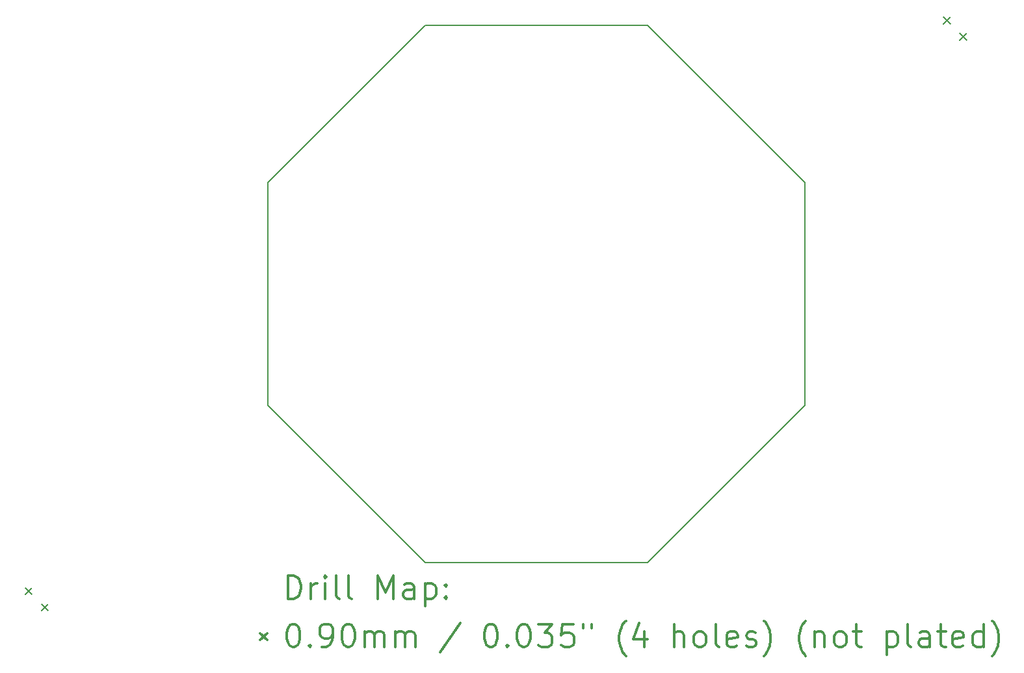
<source format=gbr>
%FSLAX45Y45*%
G04 Gerber Fmt 4.5, Leading zero omitted, Abs format (unit mm)*
G04 Created by KiCad (PCBNEW 4.0.6-e0-6349~53~ubuntu14.04.1) date Mon Mar 20 16:46:42 2017*
%MOMM*%
%LPD*%
G01*
G04 APERTURE LIST*
%ADD10C,0.127000*%
%ADD11C,0.150000*%
%ADD12C,0.200000*%
%ADD13C,0.300000*%
G04 APERTURE END LIST*
D10*
D11*
X1450000Y-3500000D02*
X3500000Y-1450000D01*
X-1450000Y-3500000D02*
X1450000Y-3500000D01*
X-3500000Y-1450000D02*
X-1450000Y-3500000D01*
X-3500000Y1450000D02*
X-3500000Y-1450000D01*
X-1450000Y3500000D02*
X-3500000Y1450000D01*
X1450000Y3500000D02*
X-1450000Y3500000D01*
X3500000Y1450000D02*
X1450000Y3500000D01*
X3500000Y-1450000D02*
X3500000Y1450000D01*
D12*
X-6657731Y-3830599D02*
X-6567731Y-3920599D01*
X-6567731Y-3830599D02*
X-6657731Y-3920599D01*
X-6445599Y-4042731D02*
X-6355599Y-4132731D01*
X-6355599Y-4042731D02*
X-6445599Y-4132731D01*
X5302269Y3609400D02*
X5392269Y3519400D01*
X5392269Y3609400D02*
X5302269Y3519400D01*
X5514401Y3397268D02*
X5604400Y3307268D01*
X5604400Y3397268D02*
X5514401Y3307268D01*
D13*
X-3236071Y-3973214D02*
X-3236071Y-3673214D01*
X-3164643Y-3673214D01*
X-3121786Y-3687500D01*
X-3093214Y-3716071D01*
X-3078929Y-3744643D01*
X-3064643Y-3801786D01*
X-3064643Y-3844643D01*
X-3078929Y-3901786D01*
X-3093214Y-3930357D01*
X-3121786Y-3958929D01*
X-3164643Y-3973214D01*
X-3236071Y-3973214D01*
X-2936071Y-3973214D02*
X-2936071Y-3773214D01*
X-2936071Y-3830357D02*
X-2921786Y-3801786D01*
X-2907500Y-3787500D01*
X-2878929Y-3773214D01*
X-2850357Y-3773214D01*
X-2750357Y-3973214D02*
X-2750357Y-3773214D01*
X-2750357Y-3673214D02*
X-2764643Y-3687500D01*
X-2750357Y-3701786D01*
X-2736072Y-3687500D01*
X-2750357Y-3673214D01*
X-2750357Y-3701786D01*
X-2564643Y-3973214D02*
X-2593214Y-3958929D01*
X-2607500Y-3930357D01*
X-2607500Y-3673214D01*
X-2407500Y-3973214D02*
X-2436072Y-3958929D01*
X-2450357Y-3930357D01*
X-2450357Y-3673214D01*
X-2064643Y-3973214D02*
X-2064643Y-3673214D01*
X-1964643Y-3887500D01*
X-1864643Y-3673214D01*
X-1864643Y-3973214D01*
X-1593214Y-3973214D02*
X-1593214Y-3816071D01*
X-1607500Y-3787500D01*
X-1636071Y-3773214D01*
X-1693214Y-3773214D01*
X-1721786Y-3787500D01*
X-1593214Y-3958929D02*
X-1621786Y-3973214D01*
X-1693214Y-3973214D01*
X-1721786Y-3958929D01*
X-1736071Y-3930357D01*
X-1736071Y-3901786D01*
X-1721786Y-3873214D01*
X-1693214Y-3858929D01*
X-1621786Y-3858929D01*
X-1593214Y-3844643D01*
X-1450357Y-3773214D02*
X-1450357Y-4073214D01*
X-1450357Y-3787500D02*
X-1421786Y-3773214D01*
X-1364643Y-3773214D01*
X-1336072Y-3787500D01*
X-1321786Y-3801786D01*
X-1307500Y-3830357D01*
X-1307500Y-3916071D01*
X-1321786Y-3944643D01*
X-1336072Y-3958929D01*
X-1364643Y-3973214D01*
X-1421786Y-3973214D01*
X-1450357Y-3958929D01*
X-1178929Y-3944643D02*
X-1164643Y-3958929D01*
X-1178929Y-3973214D01*
X-1193214Y-3958929D01*
X-1178929Y-3944643D01*
X-1178929Y-3973214D01*
X-1178929Y-3787500D02*
X-1164643Y-3801786D01*
X-1178929Y-3816071D01*
X-1193214Y-3801786D01*
X-1178929Y-3787500D01*
X-1178929Y-3816071D01*
X-3597500Y-4422500D02*
X-3507500Y-4512500D01*
X-3507500Y-4422500D02*
X-3597500Y-4512500D01*
X-3178929Y-4303214D02*
X-3150357Y-4303214D01*
X-3121786Y-4317500D01*
X-3107500Y-4331786D01*
X-3093214Y-4360357D01*
X-3078929Y-4417500D01*
X-3078929Y-4488929D01*
X-3093214Y-4546072D01*
X-3107500Y-4574643D01*
X-3121786Y-4588929D01*
X-3150357Y-4603214D01*
X-3178929Y-4603214D01*
X-3207500Y-4588929D01*
X-3221786Y-4574643D01*
X-3236071Y-4546072D01*
X-3250357Y-4488929D01*
X-3250357Y-4417500D01*
X-3236071Y-4360357D01*
X-3221786Y-4331786D01*
X-3207500Y-4317500D01*
X-3178929Y-4303214D01*
X-2950357Y-4574643D02*
X-2936071Y-4588929D01*
X-2950357Y-4603214D01*
X-2964643Y-4588929D01*
X-2950357Y-4574643D01*
X-2950357Y-4603214D01*
X-2793214Y-4603214D02*
X-2736072Y-4603214D01*
X-2707500Y-4588929D01*
X-2693214Y-4574643D01*
X-2664643Y-4531786D01*
X-2650357Y-4474643D01*
X-2650357Y-4360357D01*
X-2664643Y-4331786D01*
X-2678929Y-4317500D01*
X-2707500Y-4303214D01*
X-2764643Y-4303214D01*
X-2793214Y-4317500D01*
X-2807500Y-4331786D01*
X-2821786Y-4360357D01*
X-2821786Y-4431786D01*
X-2807500Y-4460357D01*
X-2793214Y-4474643D01*
X-2764643Y-4488929D01*
X-2707500Y-4488929D01*
X-2678929Y-4474643D01*
X-2664643Y-4460357D01*
X-2650357Y-4431786D01*
X-2464643Y-4303214D02*
X-2436072Y-4303214D01*
X-2407500Y-4317500D01*
X-2393214Y-4331786D01*
X-2378929Y-4360357D01*
X-2364643Y-4417500D01*
X-2364643Y-4488929D01*
X-2378929Y-4546072D01*
X-2393214Y-4574643D01*
X-2407500Y-4588929D01*
X-2436072Y-4603214D01*
X-2464643Y-4603214D01*
X-2493214Y-4588929D01*
X-2507500Y-4574643D01*
X-2521786Y-4546072D01*
X-2536072Y-4488929D01*
X-2536072Y-4417500D01*
X-2521786Y-4360357D01*
X-2507500Y-4331786D01*
X-2493214Y-4317500D01*
X-2464643Y-4303214D01*
X-2236072Y-4603214D02*
X-2236072Y-4403214D01*
X-2236072Y-4431786D02*
X-2221786Y-4417500D01*
X-2193214Y-4403214D01*
X-2150357Y-4403214D01*
X-2121786Y-4417500D01*
X-2107500Y-4446072D01*
X-2107500Y-4603214D01*
X-2107500Y-4446072D02*
X-2093214Y-4417500D01*
X-2064643Y-4403214D01*
X-2021786Y-4403214D01*
X-1993214Y-4417500D01*
X-1978929Y-4446072D01*
X-1978929Y-4603214D01*
X-1836071Y-4603214D02*
X-1836071Y-4403214D01*
X-1836071Y-4431786D02*
X-1821786Y-4417500D01*
X-1793214Y-4403214D01*
X-1750357Y-4403214D01*
X-1721786Y-4417500D01*
X-1707500Y-4446072D01*
X-1707500Y-4603214D01*
X-1707500Y-4446072D02*
X-1693214Y-4417500D01*
X-1664643Y-4403214D01*
X-1621786Y-4403214D01*
X-1593214Y-4417500D01*
X-1578929Y-4446072D01*
X-1578929Y-4603214D01*
X-993214Y-4288929D02*
X-1250357Y-4674643D01*
X-607500Y-4303214D02*
X-578929Y-4303214D01*
X-550357Y-4317500D01*
X-536072Y-4331786D01*
X-521786Y-4360357D01*
X-507500Y-4417500D01*
X-507500Y-4488929D01*
X-521786Y-4546072D01*
X-536072Y-4574643D01*
X-550357Y-4588929D01*
X-578929Y-4603214D01*
X-607500Y-4603214D01*
X-636072Y-4588929D01*
X-650357Y-4574643D01*
X-664643Y-4546072D01*
X-678929Y-4488929D01*
X-678929Y-4417500D01*
X-664643Y-4360357D01*
X-650357Y-4331786D01*
X-636072Y-4317500D01*
X-607500Y-4303214D01*
X-378929Y-4574643D02*
X-364643Y-4588929D01*
X-378929Y-4603214D01*
X-393214Y-4588929D01*
X-378929Y-4574643D01*
X-378929Y-4603214D01*
X-178929Y-4303214D02*
X-150357Y-4303214D01*
X-121786Y-4317500D01*
X-107500Y-4331786D01*
X-93214Y-4360357D01*
X-78929Y-4417500D01*
X-78929Y-4488929D01*
X-93214Y-4546072D01*
X-107500Y-4574643D01*
X-121786Y-4588929D01*
X-150357Y-4603214D01*
X-178929Y-4603214D01*
X-207500Y-4588929D01*
X-221786Y-4574643D01*
X-236072Y-4546072D01*
X-250357Y-4488929D01*
X-250357Y-4417500D01*
X-236072Y-4360357D01*
X-221786Y-4331786D01*
X-207500Y-4317500D01*
X-178929Y-4303214D01*
X21071Y-4303214D02*
X206785Y-4303214D01*
X106785Y-4417500D01*
X149643Y-4417500D01*
X178214Y-4431786D01*
X192500Y-4446072D01*
X206785Y-4474643D01*
X206785Y-4546072D01*
X192500Y-4574643D01*
X178214Y-4588929D01*
X149643Y-4603214D01*
X63928Y-4603214D01*
X35357Y-4588929D01*
X21071Y-4574643D01*
X478214Y-4303214D02*
X335357Y-4303214D01*
X321071Y-4446072D01*
X335357Y-4431786D01*
X363928Y-4417500D01*
X435357Y-4417500D01*
X463928Y-4431786D01*
X478214Y-4446072D01*
X492500Y-4474643D01*
X492500Y-4546072D01*
X478214Y-4574643D01*
X463928Y-4588929D01*
X435357Y-4603214D01*
X363928Y-4603214D01*
X335357Y-4588929D01*
X321071Y-4574643D01*
X606786Y-4303214D02*
X606786Y-4360357D01*
X721071Y-4303214D02*
X721071Y-4360357D01*
X1163928Y-4717500D02*
X1149643Y-4703214D01*
X1121071Y-4660357D01*
X1106786Y-4631786D01*
X1092500Y-4588929D01*
X1078214Y-4517500D01*
X1078214Y-4460357D01*
X1092500Y-4388929D01*
X1106786Y-4346072D01*
X1121071Y-4317500D01*
X1149643Y-4274643D01*
X1163928Y-4260357D01*
X1406785Y-4403214D02*
X1406785Y-4603214D01*
X1335357Y-4288929D02*
X1263928Y-4503214D01*
X1449643Y-4503214D01*
X1792500Y-4603214D02*
X1792500Y-4303214D01*
X1921071Y-4603214D02*
X1921071Y-4446072D01*
X1906785Y-4417500D01*
X1878214Y-4403214D01*
X1835357Y-4403214D01*
X1806785Y-4417500D01*
X1792500Y-4431786D01*
X2106786Y-4603214D02*
X2078214Y-4588929D01*
X2063928Y-4574643D01*
X2049643Y-4546072D01*
X2049643Y-4460357D01*
X2063928Y-4431786D01*
X2078214Y-4417500D01*
X2106786Y-4403214D01*
X2149643Y-4403214D01*
X2178214Y-4417500D01*
X2192500Y-4431786D01*
X2206786Y-4460357D01*
X2206786Y-4546072D01*
X2192500Y-4574643D01*
X2178214Y-4588929D01*
X2149643Y-4603214D01*
X2106786Y-4603214D01*
X2378214Y-4603214D02*
X2349643Y-4588929D01*
X2335357Y-4560357D01*
X2335357Y-4303214D01*
X2606786Y-4588929D02*
X2578214Y-4603214D01*
X2521071Y-4603214D01*
X2492500Y-4588929D01*
X2478214Y-4560357D01*
X2478214Y-4446072D01*
X2492500Y-4417500D01*
X2521071Y-4403214D01*
X2578214Y-4403214D01*
X2606786Y-4417500D01*
X2621071Y-4446072D01*
X2621071Y-4474643D01*
X2478214Y-4503214D01*
X2735357Y-4588929D02*
X2763929Y-4603214D01*
X2821071Y-4603214D01*
X2849643Y-4588929D01*
X2863928Y-4560357D01*
X2863928Y-4546072D01*
X2849643Y-4517500D01*
X2821071Y-4503214D01*
X2778214Y-4503214D01*
X2749643Y-4488929D01*
X2735357Y-4460357D01*
X2735357Y-4446072D01*
X2749643Y-4417500D01*
X2778214Y-4403214D01*
X2821071Y-4403214D01*
X2849643Y-4417500D01*
X2963928Y-4717500D02*
X2978214Y-4703214D01*
X3006786Y-4660357D01*
X3021071Y-4631786D01*
X3035357Y-4588929D01*
X3049643Y-4517500D01*
X3049643Y-4460357D01*
X3035357Y-4388929D01*
X3021071Y-4346072D01*
X3006786Y-4317500D01*
X2978214Y-4274643D01*
X2963928Y-4260357D01*
X3506786Y-4717500D02*
X3492500Y-4703214D01*
X3463928Y-4660357D01*
X3449643Y-4631786D01*
X3435357Y-4588929D01*
X3421071Y-4517500D01*
X3421071Y-4460357D01*
X3435357Y-4388929D01*
X3449643Y-4346072D01*
X3463928Y-4317500D01*
X3492500Y-4274643D01*
X3506786Y-4260357D01*
X3621071Y-4403214D02*
X3621071Y-4603214D01*
X3621071Y-4431786D02*
X3635357Y-4417500D01*
X3663928Y-4403214D01*
X3706786Y-4403214D01*
X3735357Y-4417500D01*
X3749643Y-4446072D01*
X3749643Y-4603214D01*
X3935357Y-4603214D02*
X3906786Y-4588929D01*
X3892500Y-4574643D01*
X3878214Y-4546072D01*
X3878214Y-4460357D01*
X3892500Y-4431786D01*
X3906786Y-4417500D01*
X3935357Y-4403214D01*
X3978214Y-4403214D01*
X4006786Y-4417500D01*
X4021071Y-4431786D01*
X4035357Y-4460357D01*
X4035357Y-4546072D01*
X4021071Y-4574643D01*
X4006786Y-4588929D01*
X3978214Y-4603214D01*
X3935357Y-4603214D01*
X4121071Y-4403214D02*
X4235357Y-4403214D01*
X4163928Y-4303214D02*
X4163928Y-4560357D01*
X4178214Y-4588929D01*
X4206786Y-4603214D01*
X4235357Y-4603214D01*
X4563929Y-4403214D02*
X4563929Y-4703214D01*
X4563929Y-4417500D02*
X4592500Y-4403214D01*
X4649643Y-4403214D01*
X4678214Y-4417500D01*
X4692500Y-4431786D01*
X4706786Y-4460357D01*
X4706786Y-4546072D01*
X4692500Y-4574643D01*
X4678214Y-4588929D01*
X4649643Y-4603214D01*
X4592500Y-4603214D01*
X4563929Y-4588929D01*
X4878214Y-4603214D02*
X4849643Y-4588929D01*
X4835357Y-4560357D01*
X4835357Y-4303214D01*
X5121071Y-4603214D02*
X5121071Y-4446072D01*
X5106786Y-4417500D01*
X5078214Y-4403214D01*
X5021071Y-4403214D01*
X4992500Y-4417500D01*
X5121071Y-4588929D02*
X5092500Y-4603214D01*
X5021071Y-4603214D01*
X4992500Y-4588929D01*
X4978214Y-4560357D01*
X4978214Y-4531786D01*
X4992500Y-4503214D01*
X5021071Y-4488929D01*
X5092500Y-4488929D01*
X5121071Y-4474643D01*
X5221071Y-4403214D02*
X5335357Y-4403214D01*
X5263929Y-4303214D02*
X5263929Y-4560357D01*
X5278214Y-4588929D01*
X5306786Y-4603214D01*
X5335357Y-4603214D01*
X5549643Y-4588929D02*
X5521072Y-4603214D01*
X5463929Y-4603214D01*
X5435357Y-4588929D01*
X5421072Y-4560357D01*
X5421072Y-4446072D01*
X5435357Y-4417500D01*
X5463929Y-4403214D01*
X5521072Y-4403214D01*
X5549643Y-4417500D01*
X5563929Y-4446072D01*
X5563929Y-4474643D01*
X5421072Y-4503214D01*
X5821071Y-4603214D02*
X5821071Y-4303214D01*
X5821071Y-4588929D02*
X5792500Y-4603214D01*
X5735357Y-4603214D01*
X5706786Y-4588929D01*
X5692500Y-4574643D01*
X5678214Y-4546072D01*
X5678214Y-4460357D01*
X5692500Y-4431786D01*
X5706786Y-4417500D01*
X5735357Y-4403214D01*
X5792500Y-4403214D01*
X5821071Y-4417500D01*
X5935357Y-4717500D02*
X5949643Y-4703214D01*
X5978214Y-4660357D01*
X5992500Y-4631786D01*
X6006786Y-4588929D01*
X6021071Y-4517500D01*
X6021071Y-4460357D01*
X6006786Y-4388929D01*
X5992500Y-4346072D01*
X5978214Y-4317500D01*
X5949643Y-4274643D01*
X5935357Y-4260357D01*
M02*

</source>
